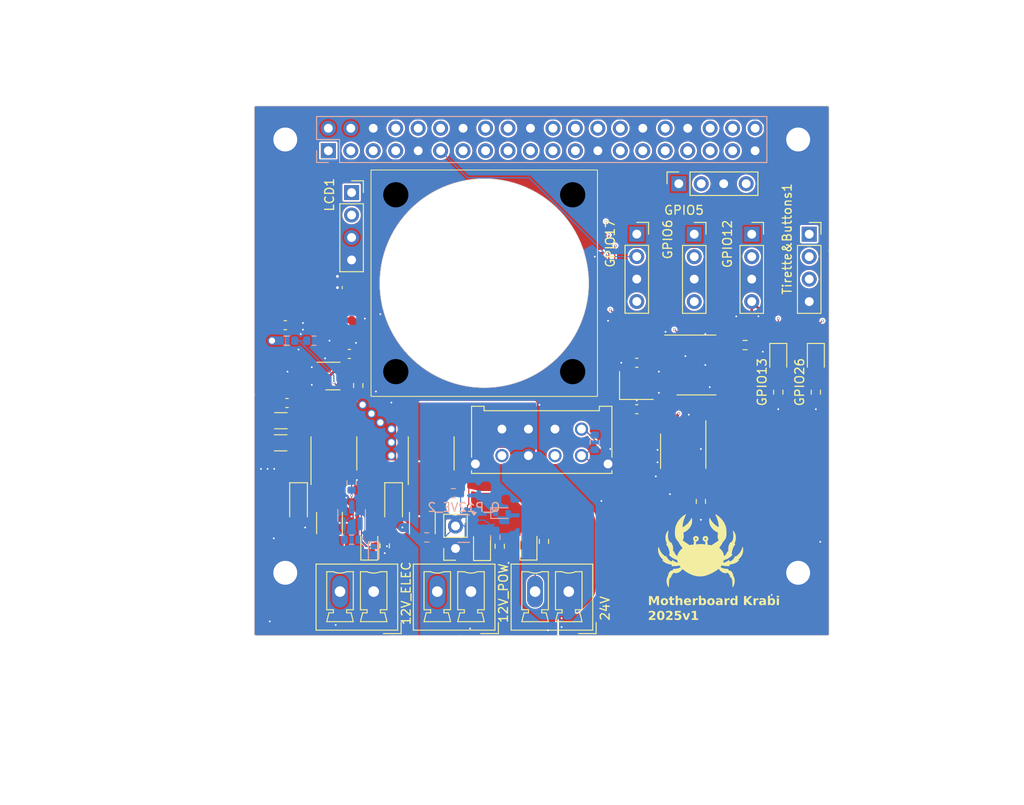
<source format=kicad_pcb>
(kicad_pcb (version 20240108) (generator "pcbnew") (generator_version "8.0")
  (title_block (date "15 nov 2012"))
  (layers (0 "F.Cu" signal) (1 "In1.Cu" signal) (2 "In2.Cu" signal) (31 "B.Cu" signal) (34 "B.Paste" user) (35 "F.Paste" user) (36 "B.SilkS" user "B.Silkscreen") (37 "F.SilkS" user "F.Silkscreen") (38 "B.Mask" user) (39 "F.Mask" user) (44 "Edge.Cuts" user))
  (net 0 "")
  (net 1 "/GPIO4{slash}GPCLK0")
  (net 2 "/GPIO14{slash}TXD0")
  (net 3 "/GPIO15{slash}RXD0")
  (net 4 "/GPIO18{slash}PCM.CLK")
  (net 5 "/GPIO27")
  (net 6 "/GPIO22")
  (net 7 "/GPIO23")
  (net 8 "/GPIO24")
  (net 9 "R_MOSI")
  (net 10 "R_MISO")
  (net 11 "R_IO25")
  (net 12 "R_CLK")
  (net 13 "R_CEO")
  (net 14 "/GPIO7{slash}SPI0.CE1")
  (net 15 "/ID_SDA")
  (net 16 "/ID_SCL")
  (net 17 "R_IO5")
  (net 18 "R_IO6")
  (net 19 "R_IO12")
  (net 20 "/GPIO13{slash}PWM1")
  (net 21 "/GPIO19{slash}PCM.FS")
  (net 22 "R_IO16")
  (net 23 "/GPIO26")
  (net 24 "R_IO21")
  (net 25 "R_IO20")
  (net 26 "Net-(U2-Rs)")
  (net 27 "Net-(D_12VE_OT1-K)")
  (net 28 "GND_ELEC")
  (net 29 "Net-(D_12VP_OT1-K)")
  (net 30 "GND_POW")
  (net 31 "Net-(D_12VE_INV1-K)")
  (net 32 "12V_ELEC")
  (net 33 "Net-(D_12VP_INV1-K)")
  (net 34 "12V_POWER")
  (net 35 "Net-(Q_12VP_1-G)")
  (net 36 "12VP_SEC_1")
  (net 37 "12V_POW_P")
  (net 38 "12VP_SEC_2")
  (net 39 "CAN_L")
  (net 40 "24V_POW_P")
  (net 41 "12V_ELEC_P")
  (net 42 "CAN_H")
  (net 43 "3_3V")
  (net 51 "Net-(U1-~{RESET})")
  (net 52 "Net-(U1-OSC2)")
  (net 54 "Net-(U1-OSC1)")
  (net 55 "Net-(U1-TXCAN)")
  (net 56 "Net-(U1-RXCAN)")
  (net 58 "SDA")
  (net 59 "SDL")
  (net 60 "5V")
  (net 61 "Net-(LED_12V_ELEC_1-A)")
  (net 62 "Net-(LED_12V_POW_1-A)")
  (net 63 "Net-(LED_24V_POW_1-A)")
  (net 64 "Net-(LED_R_1-A)")
  (net 65 "Net-(LED_R_2-A)")
  (net 66 "R_IO17")
  (net 67 "Net-(U3-SW)")
  (net 68 "Net-(U3-VBST)")
  (net 69 "Net-(U3-EN)")
  (net 70 "Net-(U3-VFB)")
  (footprint "Package_TO_SOT_SMD:SOT-23-6" (layer "F.Cu") (at 108.8875 74.25)
    (property "Reference" "U3")
    (property "Value" "TPS563200")
  )
  (footprint "MountingHole:MountingHole_2.7mm_M2.5" (layer "F.Cu") (at 161.5 47.5)
    (property "Reference" "MH2" (hide yes))
    (property "Value" "MountingHole_2.7mm_M2.5" (hide yes))
  )
  (footprint "powerboard:FAN_25mm" (layer "F.Cu") (at 126 63.75 90)
    (property "Reference" "FAN1")
    (property "Value" "Conn_01x02_Socket")
    (fp_circle (center 0 0) (end 11.8 0) (stroke (width 0.05)) (fill none) (layer "Edge.Cuts"))
  )
  (footprint "Package_SO:SOIC-8_3.9x4.9mm_P1.27mm" (layer "F.Cu") (at 148.5 82.75 -90)
    (property "Reference" "U2")
    (property "Value" "SN65HVD230")
  )
  (footprint "Connector_PinSocket_2.54mm:PinSocket_1x04_P2.54mm_Vertical" (layer "F.Cu") (at 156.25 58.21)
    (property "Reference" "GPIO12")
    (property "Value" "Conn_01x04_Socket")
  )
  (footprint "Package_SO:SOP-8_3.76x4.96mm_P1.27mm" (layer "F.Cu") (at 109 83 90)
    (property "Reference" "Q_12VP_1")
    (property "Value" "RS3L110AT")
  )
  (footprint "Package_SO:TSSOP-20_4.4x6.5mm_P0.65mm" (layer "F.Cu") (at 150 73)
    (property "Reference" "U1")
    (property "Value" "MCP2515-xST")
  )
  (footprint "LED_SMD:LED_0805_2012Metric" (layer "F.Cu") (at 113 93.375 90)
    (property "Reference" "LED_12V_ELEC_1")
    (property "Value" "LED")
  )
  (footprint "Connector_PinSocket_2.54mm:PinSocket_1x04_P2.54mm_Vertical" (layer "F.Cu") (at 143.25 58.2)
    (property "Reference" "GPIO17")
    (property "Value" "Conn_01x04_Socket")
  )
  (footprint "Package_SO:SOP-8_3.76x4.96mm_P1.27mm" (layer "F.Cu") (at 120 83 90)
    (property "Reference" "Q_12VP_2")
    (property "Value" "RS3L110AT")
  )
  (footprint "Capacitor_SMD:C_0603_1608Metric" (layer "F.Cu") (at 143.25 78 180)
    (property "Reference" "C1")
    (property "Value" "22pF")
  )
  (footprint "Connector_Phoenix_MC:PhoenixContact_MCV_1,5_2-G-3.81_1x02_P3.81mm_Vertical" (layer "F.Cu") (at 135.56 98.625 180)
    (property "Reference" "BAT_24V1" (hide yes))
    (property "Value" "Conn_01x02_Pin" (hide yes))
  )
  (footprint "Connector_PinSocket_2.54mm:PinSocket_1x04_P2.54mm_Vertical" (layer "F.Cu") (at 111 53.5)
    (property "Reference" "LCD1")
    (property "Value" "Conn_01x04_Socket")
  )
  (footprint "Resistor_SMD:R_0603_1608Metric" (layer "F.Cu") (at 150.5 88.425 90)
    (property "Reference" "R_RESET2")
    (property "Value" "1k")
  )
  (footprint "Connector_PinSocket_2.54mm:PinSocket_1x04_P2.54mm_Vertical" (layer "F.Cu") (at 162.75 58.21)
    (property "Reference" "Tirette&Buttons1")
    (property "Value" "Conn_01x04_Socket")
  )
  (footprint "Resistor_SMD:R_0603_1608Metric" (layer "F.Cu") (at 163.5 76.075 90)
    (property "Reference" "R_LED_R_2")
    (property "Value" "560")
  )
  (footprint "Connector_Phoenix_MC:PhoenixContact_MCV_1,5_2-G-3.81_1x02_P3.81mm_Vertical" (layer "F.Cu") (at 113.5 98.625 180)
    (property "Reference" "BAT_ELEC1")
    (property "Value" "Conn_01x02_Pin")
  )
  (footprint "Capacitor_SMD:C_0603_1608Metric" (layer "F.Cu") (at 103.5 68.5)
    (property "Reference" "C_OUT_2")
    (property "Value" "22µ")
  )
  (footprint "Resistor_SMD:R_0603_1608Metric" (layer "F.Cu") (at 111.75 75.325 90)
    (property "Reference" "R_EN_1")
    (property "Value" "10k")
  )
  (footprint "Connector_Phoenix_MC:PhoenixContact_MCV_1,5_2-G-3.81_1x02_P3.81mm_Vertical" (layer "F.Cu") (at 124.5 98.625 180)
    (property "Reference" "BAT_12V_P1" (hide yes))
    (property "Value" "Conn_01x02_Pin")
  )
  (footprint "LED_SMD:LED_0805_2012Metric" (layer "F.Cu") (at 125.75 93.425 90)
    (property "Reference" "LED_12V_POW_1")
    (property "Value" "LED")
  )
  (footprint "Capacitor_SMD:C_0603_1608Metric" (layer "F.Cu") (at 143.25 72.75)
    (property "Reference" "C2")
    (property "Value" "22pF")
  )
  (footprint "MountingHole:MountingHole_2.7mm_M2.5" (layer "F.Cu") (at 103.5 96.5)
    (property "Reference" "MH3" (hide yes))
    (property "Value" "MountingHole_2.7mm_M2.5" (hide yes))
  )
  (footprint "MountingHole:MountingHole_2.7mm_M2.5" (layer "F.Cu") (at 103.5 47.5)
    (property "Reference" "MH1" (hide yes))
    (property "Value" "MountingHole_2.7mm_M2.5" (hide yes))
  )
  (footprint "Resistor_SMD:R_0603_1608Metric" (layer "F.Cu") (at 127.75 93.5 90)
    (property "Reference" "R_LED_12V_POW_1")
    (property "Value" "2.49k")
  )
  (footprint "Resistor_SMD:R_0603_1608Metric" (layer "F.Cu") (at 114.75 93.45 90)
    (property "Reference" "R_LED_12V_ELEC_1")
    (property "Value" "2.49k")
  )
  (footprint "LED_SMD:LED_0805_2012Metric" (layer "F.Cu") (at 131 93.375 90)
    (property "Reference" "LED_24V_POW_1")
    (property "Value" "LED")
  )
  (footprint "powerboard:VLS4020CX-H" (layer "F.Cu") (at 105.6375 76 180)
    (property "Reference" "L2")
    (property "Value" "3.3µH")
  )
  (footprint "Resistor_SMD:R_0603_1608Metric" (layer "F.Cu") (at 155.5 70.75)
    (property "Reference" "R_RESET1")
    (property "Value" "10k")
  )
  (footprint "Capacitor_SMD:C_1206_3216Metric" (layer "F.Cu") (at 102.975 81.8 180)
    (property "Reference" "C_IN_1")
    (property "Value" "10µ")
  )
  (footprint "Diode_SMD:D_SOD-123F" (layer "F.Cu") (at 115.75 88.525 -90)
    (property "Reference" "D_12VP_INV1")
    (property "Value" "~")
  )
  (footprint "Fuse:Fuse_Littelfuse-NANO2-451_453" (layer "F.Cu") (at 108.5 90.875 -90)
    (property "Reference" "F_12VE1")
    (property "Value" "Fuse")
  )
  (footprint "Capacitor_SMD:C_0603_1608Metric" (layer "F.Cu") (at 103.5 70.25)
    (property "Reference" "C_OUT_1")
    (property "Value" "22µ")
  )
  (footprint "Connector_Molex:Molex_Micro-Fit_3.0_43045-0812_2x04_P3.00mm_Vertical" (layer "F.Cu") (at 128 80.25)
    (property "Reference" "J2")
    (property "Value" "Conn_02x04_Top_Bottom")
  )
  (footprint "Resistor_SMD:R_0603_1608Metric" (layer "F.Cu") (at 132.75 92.95 90)
    (property "Reference" "R_LED_24V_POW_1")
    (property "Value" "11k")
  )
  (footprint "Resistor_SMD:R_0603_1608Metric" (layer "F.Cu") (at 159.25 76.075 90)
    (property "Reference" "R_LED_R_1")
    (property "Value" "560")
  )
  (footprint "MountingHole:MountingHole_2.7mm_M2.5" (layer "F.Cu") (at 161.5 96.5)
    (property "Reference" "MH4" (hide yes))
    (property "Value" "MountingHole_2.7mm_M2.5" (hide yes))
  )
  (footprint "LED_SMD:LED_0805_2012Metric" (layer "F.Cu") (at 159.25 72.25 -90)
    (property "Reference" "LED_R_1")
    (property "Value" "LED")
  )
  (footprint "Capacitor_SMD:C_0603_1608Metric" (layer "F.Cu") (at 103.7 77.3 180)
    (property "Reference" "C_IN_3")
    (property "Value" "0.1µ")
  )
  (footprint "LED_SMD:LED_0805_2012Metric" (layer "F.Cu") (at 163.5 72.25 -90)
    (property "Reference" "LED_R_2")
    (property "Value" "LED")
  )
  (footprint "Connector_PinSocket_2.54mm:PinSocket_1x04_P2.54mm_Vertical" (layer "F.Cu") (at 148 52.5 90)
    (property "Reference" "GPIO5")
    (property "Value" "Conn_01x04_Socket")
  )
  (footprint "Connector_PinSocket_2.54mm:PinSocket_1x04_P2.54mm_Vertical" (layer "F.Cu") (at 149.75 58.21)
    (property "Reference" "GPIO6")
    (property "Value" "Conn_01x04_Socket")
  )
  (footprint "Capacitor_SMD:C_1206_3216Metric" (layer "F.Cu") (at 103 79.3 180)
    (property "Reference" "C_IN_2")
    (property "Value" "10µ")
  )
  (footprint "Fuse:Fuse_Littelfuse-NANO2-451_453" (layer "F.Cu") (at 119 90.875 -90)
    (property "Reference" "F_12VP1")
    (property "Value" "Fuse")
  )
  (footprint "Diode_SMD:D_SOD-123F" (layer "F.Cu") (at 105 88.525 -90)
    (property "Reference" "D_12VE_INV1")
    (property "Value" "D")
  )
  (footprint "Capacitor_SMD:C_0603_1608Metric" (layer "F.Cu") (at 110.75 71.75)
    (property "Reference" "C_BST_1")
    (property "Value" "0.1µ")
  )
  (footprint "Oscillator:Oscillator_SMD_Abracon_ASE-4Pin_3.2x2.5mm" (layer "F.Cu") (at 143.2 75.325)
    (property "Reference" "Y1")
    (property "Value" "AMB8-12Mhz")
  )
  (footprint "Connector_PinSocket_2.54mm:PinSocket_1x02_P2.54mm_Vertical" (layer "F.Cu") (at 122.75 93.75 180)
    (property "Reference" "J3")
    (property "Value" "Conn_01x03")
  )
  (footprint "powerboard:krabi" (layer "F.Cu") (at 150.5 94)
    (property "Reference" "G***")
    (property "Value" "LOGO" (hide yes))
  )
  (footprint "Connector_PinSocket_2.54mm:PinSocket_2x20_P2.54mm_Vertical" (layer "B.Cu") (at 108.37 48.77 -90)
    (property "Reference" "J1")
    (property "Value" "GPIO")
  )
  (footprint "Package_TO_SOT_SMD:SOT-23" (layer "B.Cu") (at 123.6875 91.5 180)
    (property "Reference" "Q_P12VE_2")
    (property "Value" "2N3906")
  )
  (footprint "Package_TO_SOT_SMD:SOT-23" (layer "B.Cu") (at 111 90 90)
    (property "Reference" "Q_P12VE_1")
    (property "Value" "2N3906")
  )
  (footprint "Diode_SMD:D_SOD-523" (layer "B.Cu") (at 128 89.75)
    (property "Reference" "D_12VP_OT1")
    (property "Value" "EDZV13B")
  )
  (footprint "Resistor_SMD:R_0603_1608Metric" (layer "B.Cu") (at 103.75 70.25 180)
    (property "Reference" "R_FB_2")
    (property "Value" "54.9k")
  )
  (footprint "Resistor_SMD:R_0603_1608Metric" (layer "B.Cu") (at 138.5 81.75 -90)
    (property "Reference" "R_CAN1")
    (property "Value" "120")
  )
  (footprint "Diode_SMD:D_SOD-523" (layer "B.Cu") (at 113.5 94.25 -90)
    (property "Reference" "D_12VE_OT1")
    (property "Value" "EDZV13B")
  )
  (footprint "Resistor_SMD:R_0603_1608Metric" (layer "B.Cu") (at 122.5 87.5 180)
    (property "Reference" "R_12VP_3")
    (property "Value" "1M")
  )
  (footprint "Resistor_SMD:R_0603_1608Metric" (layer "B.Cu") (at 106.75 70.25)
    (property "Reference" "R_FB_1")
    (property "Value" "10k")
  )
  (footprint "Resistor_SMD:R_0603_1608Metric" (layer "B.Cu") (at 111 86.325 90)
    (property "Reference" "R_12VE_2")
    (property "Value" "2.2k")
  )
  (footprint "Resistor_SMD:R_0603_1608Metric" (layer "B.Cu") (at 111 92.75)
    (property "Reference" "R_12VE_1")
    (property "Value" "10k")
  )
  (footprint "Resistor_SMD:R_0603_1608Metric" (layer "B.Cu") (at 127.25 92.5 90)
    (property "Reference" "R_12VP_1")
    (property "Value" "10k")
  )
  (footprint "Resistor_SMD:R_0603_1608Metric" (layer "B.Cu") (at 119.5 92.5 180)
    (property "Reference" "R_12VP_2")
    (property "Value" "2.2k")
  )
  (gr_rect (start 100 43.7) (end 165 103.6) (stroke (width 0.05)) (fill none) (layer "Edge.Cuts"))
  (gr_text "GPIO13" (at 158 77.75 90) (layer "F.SilkS") (effects (font (size 1 1)) (justify left bottom)))
  (gr_text "GPIO26" (at 162.25 77.75 90) (layer "F.SilkS") (effects (font (size 1 1)) (justify left bottom)))
  (gr_text "12V_ELEC" (at 117.75 102.5 90) (layer "F.SilkS") (effects (font (size 1 1)) (justify left bottom)))
  (gr_text "12V_POW" (at 128.75 102.25 90) (layer "F.SilkS") (effects (font (size 1 1)) (justify left bottom)))
  (gr_text "Motherboard Krabi\n2025v1\n" (at 144.5 102 0) (layer "F.SilkS") (effects (font (size 1 1) (thickness 0.2) (bold yes)) (justify left bottom)))
  (gr_text "24V" (at 140.25 102 90) (layer "F.SilkS") (effects (font (size 1 1)) (justify left bottom)))
  (segment (start 152.8625 72.675) (end 152.364171 72.675) (width 0.127) (layer "F.Cu") (net 9))
  (segment (start 147.947171 68.258) (end 141.758 68.258) (width 0.127) (layer "F.Cu") (net 9))
  (segment (start 141.758 68.258) (end 140.25 66.75) (width 0.127) (layer "F.Cu") (net 9))
  (segment (start 152.364171 72.675) (end 147.947171 68.258) (width 0.127) (layer "F.Cu") (net 9))
  (via (at 140.25 66.75) (size 0.3) (drill 0.2) (layers "F.Cu" "B.Cu") (net 9))
  (segment (start 140.655619 66.014829) (end 140.64479 66.014829) (width 0.127) (layer "F.Cu") (net 10))
  (segment (start 140.64479 66.014829) (end 140.09 65.460039) (width 0.127) (layer "F.Cu") (net 10))
  (segment (start 148.14479 68.004) (end 142.64479 68.004) (width 0.127) (layer "F.Cu") (net 10))
  (segment (start 152.16579 72.025) (end 148.14479 68.004) (width 0.127) (layer "F.Cu") (net 10))
  (segment (start 140.09 65.460039) (end 140.09 58.25) (width 0.127) (layer "F.Cu") (net 10))
  (segment (start 142.64479 68.004) (end 140.655619 66.014829) (width 0.127) (layer "F.Cu") (net 10))
  (segment (start 152.8625 72.025) (end 152.16579 72.025) (width 0.127) (layer "F.Cu") (net 10))
  (via (at 140.09 58.25) (size 0.3) (drill 0.2) (layers "F.Cu" "B.Cu") (net 10))
  (segment (start 152.3614 74.625) (end 152.8625 74.625) (width 0.127) (layer "F.Cu") (net 11))
  (segment (start 151.9345 74) (end 151.9345 74.1981) (width 0.127) (layer "F.Cu") (net 11))
  (segment (start 151.9345 74.1981) (end 152.3614 74.625) (width 0.127) (layer "F.Cu") (net 11))
  (segment (start 151.496 73.5615) (end 151.9345 74) (width 0.127) (layer "F.Cu") (net 11))
  (segment (start 147.5 69) (end 151.496 72.996) (width 0.127) (layer "F.Cu") (net 11))
  (segment (start 151.496 72.996) (end 151.496 73.5615) (width 0.127) (layer "F.Cu") (net 11))
  (via (at 147.5 69) (size 0.3) (drill 0.2) (layers "F.Cu" "B.Cu") (net 11))
  (segment (start 140.23104 57.9095) (end 142.02104 59.6995) (width 0.127) (layer "F.Cu") (net 12))
  (segment (start 152.8625 73.975) (end 152.364171 73.975) (width 0.127) (layer "F.Cu") (net 12))
  (segment (start 139.94896 57.9095) (end 141.546 57.9095) (width 0.127) (layer "F.Cu") (net 12))
  (segment (start 139.75 61) (end 139.75 56.75) (width 0.127) (layer "F.Cu") (net 12))
  (segment (start 141.546 57.9095) (end 142.1365 58.5) (width 0.127) (layer "F.Cu") (net 12))
  (segment (start 152.364171 73.975) (end 151.75 73.360829) (width 0.127) (layer "F.Cu") (net 12))
  (segment (start 147.762 68.512) (end 141.512 68.512) (width 0.127) (layer "F.Cu") (net 12))
  (segment (start 151.75 72.5) (end 147.762 68.512) (width 0.127) (layer "F.Cu") (net 12))
  (segment (start 139.75 66.75) (end 139.75 61) (width 0.127) (layer "F.Cu") (net 12))
  (segment (start 139.94896 57.9095) (end 140.23104 57.9095) (width 0.127) (layer "F.Cu") (net 12))
  (segment (start 142.02104 59.6995) (end 151.9495 59.6995) (width 0.127) (layer "F.Cu") (net 12))
  (segment (start 139.75 61) (end 139.75 58.10846) (width 0.127) (layer "F.Cu") (net 12))
  (segment (start 141.512 68.512) (end 139.75 66.75) (width 0.127) (layer "F.Cu") (net 12))
  (segment (start 139.75 58.10846) (end 139.94896 57.9095) (width 0.127) (layer "F.Cu") (net 12))
  (segment (start 151.9495 59.6995) (end 155.25 63) (width 0.127) (layer "F.Cu") (net 12))
  (segment (start 151.75 73.360829) (end 151.75 72.5) (width 0.127) (layer "F.Cu") (net 12))
  (via (at 139.75 56.75) (size 0.3) (drill 0.2) (layers "F.Cu" "B.Cu") (net 12))
  (segment (start 140.84 59.5) (end 140.75 59.59) (width 0.127) (layer "F.Cu") (net 13))
  (segment (start 142.75 67.75) (end 140.75 65.75) (width 0.127) (layer "F.Cu") (net 13))
  (segment (start 148.25 67.75) (end 142.75 67.75) (width 0.127) (layer "F.Cu") (net 13))
  (segment (start 152.8625 71.375) (end 151.875 71.375) (width 0.127) (layer "F.Cu") (net 13))
  (segment (start 151.875 71.375) (end 148.25 67.75) (width 0.127) (layer "F.Cu") (net 13))
  (segment (start 140.75 59.59) (end 140.75 65.75) (width 0.127) (layer "F.Cu") (net 13))
  (via (at 140.84 59.5) (size 0.3) (drill 0.2) (layers "F.Cu" "B.Cu") (net 13))
  (segment (start 159.25 71.3125) (end 159.25 67.75) (width 0.127) (layer "F.Cu") (net 20))
  (via (at 159.25 67.75) (size 0.3) (drill 0.2) (layers "F.Cu" "B.Cu") (net 20))
  (segment (start 163.5 71.3125) (end 163.5 68.75) (width 0.127) (layer "F.Cu") (net 23))
  (segment (start 164 68.25) (end 164.25 68) (width 0.127) (layer "F.Cu") (net 23))
  (segment (start 163.5 68.75) (end 164 68.25) (width 0.127) (layer "F.Cu") (net 23))
  (via (at 164.25 68) (size 0.3) (drill 0.2) (layers "F.Cu" "B.Cu") (net 23))
  (segment (start 162.74 58.21) (end 162.75 58.2) (width 1) (layer "F.Cu") (net 24))
  (segment (start 150.5 87.6) (end 150.5 85.32) (width 0.127) (layer "F.Cu") (net 26))
  (segment (start 150.5 85.32) (end 150.405 85.225) (width 0.127) (layer "F.Cu") (net 26))
  (segment (start 111.825 92.75) (end 111.825 91.0625) (width 0.127) (layer "B.Cu") (net 27))
  (segment (start 111.825 92.75) (end 112.625 93.55) (width 0.127) (layer "B.Cu") (net 27))
  (segment (start 112.625 93.55) (end 113.5 93.55) (width 0.127) (layer "B.Cu") (net 27))
  (segment (start 111.825 91.0625) (end 111.95 90.9375) (width 0.127) (layer "B.Cu") (net 27))
  (segment (start 144.25 76.15) (end 144.1 76.15) (width 0.127) (layer "F.Cu") (net 28))
  (segment (start 102.25 85.25) (end 102.25 84.75) (width 0.127) (layer "F.Cu") (net 28))
  (segment (start 145.75 76.15) (end 146.9125 76.15) (width 0.127) (layer "F.Cu") (net 28))
  (segment (start 101.5 79.325) (end 101.525 79.3) (width 0.127) (layer "F.Cu") (net 28))
  (segment (start 144.1 76.15) (end 143.25 77) (width 0.127) (layer "F.Cu") (net 28))
  (segment (start 159.25 76.9) (end 159.25 78) (width 0.127) (layer "F.Cu") (net 28))
  (segment (start 146.9125 76.15) (end 147.1375 75.925) (width 0.127) (layer "F.Cu") (net 28))
  (segment (start 101.5 84.75) (end 101.5 81.8) (width 0.127) (layer "F.Cu") (net 28))
  (segment (start 101.5 86.25) (end 101.5 85.5) (width 0.127) (layer "F.Cu") (net 28))
  (segment (start 101.5 86) (end 102.25 85.25) (width 0.127) (layer "F.Cu") (net 28))
  (segment (start 149.135 80.275) (end 149.135 78.615) (width 0.127) (layer "F.Cu") (net 28))
  (segment (start 102.925 77.9) (end 102.925 77.3) (width 0.127) (layer "F.Cu") (net 28))
  (segment (start 108.5 70.25) (end 104.275 70.25) (width 0.127) (layer "F.Cu") (net 28))
  (segment (start 107.75 71) (end 107.75 73.3) (width 0.127) (layer "F.Cu") (net 28))
  (segment (start 144.25 76.15) (end 143.8 76.15) (width 0.127) (layer "F.Cu") (net 28))
  (segment (start 101.5 86.25) (end 101.5 86) (width 0.127) (layer "F.Cu") (net 28))
  (segment (start 108.5 70.25) (end 107.75 71) (width 0.127) (layer "F.Cu") (net 28))
  (segment (start 142.15 74.5) (end 142.15 73.075) (width 0.127) (layer "F.Cu") (net 28))
  (segment (start 114.75 94.275) (end 114.75 97.375) (width 0.127) (layer "F.Cu") (net 28))
  (segment (start 101.5 86.425) (end 101.5 86.25) (width 0.127) (layer "F.Cu") (net 28))
  (segment (start 101.5 86) (end 101.5 84.75) (width 0.127) (layer "F.Cu") (net 28))
  (segment (start 144.025 77.875) (end 145.75 76.15) (width 0.127) (layer "F.Cu") (net 28))
  (segment (start 163.5 76.9) (end 163.5 78) (width 0.127) (layer "F.Cu") (net 28))
  (segment (start 103.75 70.775) (end 104.275 70.25) (width 0.127) (layer "F.Cu") (net 28))
  (segment (start 144.025 78) (end 144.025 77.875) (width 0.127) (layer "F.Cu") (net 28))
  (segment (start 105.75 91.375) (end 105 90.625) (width 0.127) (layer "F.Cu") (net 28))
  (segment (start 105 89.925) (end 101.5 86.425) (width 0.127) (layer "F.Cu") (net 28))
  (segment (start 150.5 89.25) (end 150.5 90.5) (width 0.127) (layer "F.Cu") (net 28))
  (segment (start 103.75 76.475) (end 103.75 70.775) (width 0.127) (layer "F.Cu") (net 28))
  (segment (start 142.15 73.075) (end 142.475 72.75) (width 0.127) (layer "F.Cu") (net 28))
  (segment (start 101.525 79.3) (end 102.925 77.9) (width 0.127) (layer "F.Cu") (net 28))
  (segment (start 104.275 70.25) (end 104.275 68.5) (width 0.127) (layer "F.Cu") (net 28))
  (segment (start 101.5 85.5) (end 100.75 84.75) (width 0.127) (layer "F.Cu") (net 28))
  (segment (start 144.25 76.15) (end 145.75 76.15) (width 0.127) (layer "F.Cu") (net 28))
  (segment (start 142.475 72.75) (end 141.5 72.75) (width 0.127) (layer "F.Cu") (net 28))
  (segment (start 101.5 81.8) (end 101.5 79.325) (width 0.127) (layer "F.Cu") (net 28))
  (segment (start 114.75 97.375) (end 113.5 98.625) (width 0.127) (layer "F.Cu") (net 28))
  (segment (start 102.925 77.3) (end 103.75 76.475) (width 0.127) (layer "F.Cu") (net 28))
  (segment (start 105 90.625) (end 105 89.925) (width 0.127) (layer "F.Cu") (net 28))
  (via (at 138.5 60.75) (size 0.3) (drill 0.2) (layers "F.Cu" "B.Cu") (net 28))
  (via (at 115 93.5) (size 0.3) (drill 0.2) (layers "F.Cu" "B.Cu") (net 28))
  (via (at 158.5 99) (size 0.3) (drill 0.2) (layers "F.Cu" "B.Cu") (net 28))
  (via (at 105 71.25) (size 0.3) (drill 0.2) (layers "F.Cu" "B.Cu") (net 28))
  (via (at 140 68) (size 0.3) (drill 0.2) (layers "F.Cu" "B.Cu") (net 28))
  (via (at 101.75 102) (size 0.3) (drill 0.2) (layers "F.Cu" "B.Cu") (net 28))
  (via (at 111.5 70.5) (size 0.3) (drill 0.2) (layers "F.Cu" "B.Cu") (net 28))
  (via (at 157.5 71.5) (size 0.3) (drill 0.2) (layers "F.Cu" "B.Cu") (net 28))
  (via (at 134.75 102.625) (size 0.3) (drill 0.2) (layers "F.Cu" "B.Cu") (net 28))
  (via (at 146.5 69.25) (size 0.3) (drill 0.2) (layers "F.Cu" "B.Cu") (net 28))
  (via (at 145.6 82.6) (size 0.3) (drill 0.2) (layers "F.Cu" "B.Cu") (net 28))
  (via (at 108 72.25) (size 0.3) (drill 0.2) (layers "F.Cu" "B.Cu") (net 28))
  (via (at 106.5 75.25) (size 0.3) (drill 0.2) (layers "F.Cu" "B.Cu") (net 28))
  (via (at 115.5 77.25) (size 0.3) (drill 0.2) (layers "F.Cu" "B.Cu") (net 28))
  (via (at 110.4 88) (size 0.3) (drill 0.2) (layers "F.Cu" "B.Cu") (net 28))
  (via (at 101.5 84.75) (size 0.3) (drill 0.2) (layers "F.Cu" "B.Cu") (net 28))
  (via (at 106.5 73.25) (size 0.3) (drill 0.2) (layers "F.Cu" "B.Cu") (net 28))
  (via (at 149.135 78.615) (size 0.3) (drill 0.2) (layers "F.Cu" "B.Cu") (net 28))
  (via (at 148.75 72) (size 0.3) (drill 0.2) (layers "F.Cu" "B.Cu") (net 28))
  (via (at 132.25 77.5) (size 0.3) (drill 0.2) (layers "F.Cu" "B.Cu") (net 28))
  (via (at 113.75 76) (size 0.3) (drill 0.2) (layers "F.Cu" "B.Cu") (net 28))
  (via (at 111.6 86) (size 0.3) (drill 0.2) (layers "F.Cu" "B.Cu") (net 28))
  (via (at 105.75 91.375) (size 0.3) (drill 0.2) (layers "F.Cu" "B.Cu") (net 28))
  (via (at 141.5 72.75) (size 0.3) (drill 0.2) (layers "F.Cu" "B.Cu") (net 28))
  (via (at 164 93) (size 0.3) (drill 0.2) (layers "F.Cu" "B.Cu") (net 28))
  (via (at 154.5 67.5) (size 0.3) (drill 0.2) (layers "F.Cu" "B.Cu") (net 28))
  (via (at 105.5 69) (size 0.3) (drill 0.2) (layers "F.Cu" "B.Cu") (net 28))
  (via (at 112.5 67.75) (size 0.3) (drill 0.2) (layers "F.Cu" "B.Cu") (net 28))
  (via (at 145.6 84) (size 0.3) (drill 0.2) (layers "F.Cu" "B.Cu") (net 28))
  (via (at 102.25 84.75) (size 0.3) (drill 0.2) (layers "F.Cu" "B.Cu") (net 28))
  (via (at 145.75 76.15) (size 0.3) (drill 0.2) (layers "F.Cu" "B.Cu") (net 28))
  (via (at 109.2 102.4) (size 0.3) (drill 0.2) (layers "F.Cu" "B.Cu") (net 28))
  (via (at 151 73) (size 0.3) (drill 0.2) (layers "F.Cu" "B.Cu") (net 28))
  (via (at 100.75 84.75) (size 0.3) (drill 0.2) (layers "F.Cu" "B.Cu") (net 28))
  (via (at 140.25 82.5) (size 0.3) (drill 0.2) (layers "F.Cu" "B.Cu") (net 28))
  (via (at 151.5 75.5) (size 0.3) (drill 0.2) (layers "F.Cu" "B.Cu") (net 28))
  (via (at 108.5 70.25) (size 0.3) (drill 0.2) (layers "F.Cu" "B.Cu") (net 28))
  (via (at 150.5 90.5) (size 0.3) (drill 0.2) (layers "F.Cu" "B.Cu") (net 28))
  (via (at 143.25 77) (size 0.3) (drill 0.2) (layers "F.Cu" "B.Cu") (net 28))
  (via (at 145.75 73.75) (size 0.3) (drill 0.2) (layers "F.Cu" "B.Cu") (net 28))
  (via (at 105.25 69.5) (size 0.3) (drill 0.2) (layers "F.Cu" "B.Cu") (net 28))
  (via (at 163.5 78) (size 0.3) (drill 0.2) (layers "F.Cu" "B.Cu") (net 28))
  (via (at 159.25 78) (size 0.3) (drill 0.2) (layers "F.Cu" "B.Cu") (net 28))
  (via (at 103.75 73.75) (size 0.3) (drill 0.2) (layers "F.Cu" "B.Cu") (net 28))
  (via (at 139.25 88.375) (size 0.3) (drill 0.2) (layers "F.Cu" "B.Cu") (net 28))
  (via (at 105.5 68.25) (size 0.3) (drill 0.2) (layers "F.Cu" "B.Cu") (net 28))
  (via (at 145.4 85.6) (size 0.3) (drill 0.2) (layers "F.Cu" "B.Cu") (net 28))
  (via (at 102.2 92.6) (size 0.3) (drill 0.2) (layers "F.Cu" "B.Cu") (net 28))
  (via (at 157 67.5) (size 0.3) (drill 0.2) (layers "F.Cu" "B.Cu") (net 28))
  (via (at 114.75 94.275) (size 0.3) (drill 0.2) (layers "F.Cu" "B.Cu") (net 28))
  (via (at 134.75 101.625) (size 0.3) (drill 0.2) (layers "F.Cu" "B.Cu") (net 28))
  (via (at 150.5 82.5) (size 0.3) (drill 0.2) (layers "F.Cu" "B.Cu") (net 28))
  (via (at 151 69.5) (size 0.3) (drill 0.2) (layers "F.Cu" "B.Cu") (net 28))
  (via (at 114.25 67.25) (size 0.3) (drill 0.2) (layers "F.Cu" "B.Cu") (net 28))
  (via (at 147 87.6) (size 0.3) (drill 0.2) (layers "F.Cu" "B.Cu") (net 28))
  (segment (start 158.107 45.618206) (end 158.107 47.293) (width 1) (layer "B.Cu") (net 28))
  (segment (start 106.893 50.247) (end 106.82 50.174) (width 1) (layer "B.Cu") (net 28))
  (segment (start 123.61 46.23) (end 122.133 44.753) (width 1) (layer "B.Cu") (net 28))
  (segment (start 158.107 47.293) (end 156.63 48.77) (width 1) (layer "B.Cu") (net 28))
  (segment (start 147.533 44.753) (end 145.407 44.753) (width 1) (layer "B.Cu") (net 28))
  (segment (start 145.407 44.753) (end 143.93 46.23) (width 1) (layer "B.Cu") (net 28))
  (segment (start 110.053 62.067) (end 110.053 84.603) (width 1) (layer "B.Cu") (net 28))
  (segment (start 129.753 44.753) (end 125.087 44.753) (width 1) (layer "B.Cu") (net 28))
  (segment (start 111 61.12) (end 110.053 62.067) (width 1) (layer "B.Cu") (net 28))
  (segment (start 113.5 94.95) (end 113.5 95.75) (width 0.127) (layer "B.Cu") (net 28))
  (segment (start 135.5 78.25) (end 133.5 80.25) (width 0.127) (layer "B.Cu") (net 28))
  (segment (start 157.241794 44.753) (end 158.107 45.618206) (width 1) (layer "B.Cu") (net 28))
  (segment (start 110 94.375) (end 108.75 94.375) (width 0.127) (layer "B.Cu") (net 28))
  (segment (start 110.053 84.603) (end 111 85.55) (width 1) (layer "B.Cu") (net 28))
  (segment (start 113.5 96.375) (end 113.1875 96.0625) (width 0.127) (layer "B.Cu") (net 28))
  (segment (start 149.75 63.29) (end 153.08 59.96) (width 1) (layer "B.Cu") (net 28))
  (segment (start 106.82 45.587968) (end 107.727968 44.68) (width 1) (layer "B.Cu") (net 28))
  (segment (start 131.23 46.23) (end 132.707 44.753) (width 1) (layer "B.Cu") (net 28))
  (segment (start 111 61.12) (end 114.061794 58.058206) (width 1) (layer "B.Cu") (net 28))
  (segment (start 113.1875 96.0625) (end 112.75 95.625) (width 0.127) (layer "B.Cu") (net 28))
  (segment (start 111.25 95.625) (end 110 94.375) (width 0.127) (layer "B.Cu") (net 28))
  (segment (start 132.707 44.753) (end 142.453 44.753) (width 1) (layer "B.Cu") (net 28))
  (segment (start 151.53 54.05) (end 153.08 52.5) (width 1) (layer "B.Cu") (net 28))
  (segment (start 107.727968 44.68) (end 111.9 44.68) (width 1) (layer "B.Cu") (net 28))
  (segment (start 153.08 59.96) (end 153.08 52.5) (width 1) (layer "B.Cu") (net 28))
  (segment (start 113.5 95.75) (end 113.1875 96.0625) (width 0.127) (layer "B.Cu") (net 28))
  (segment (start 106.82 50.174) (end 106.82 45.587968) (width 1) (layer "B.Cu") (net 28))
  (segment (start 125.087 44.753) (end 123.61 46.23) (width 1) (layer "B.Cu") (net 28))
  (segment (start 111.9 44.68) (end 113.45 46.23) (width 1) (layer "B.Cu") (net 28))
  (segment (start 144.13 54.05) (end 151.53 54.05) (width 1) (layer "B.Cu") (net 28))
  (segment (start 149.75 63.29) (end 156.25 63.29) (width 1) (layer "B.Cu") (net 28))
  (segment (start 118.078794 48.77) (end 118.53 48.77) (width 1) (layer "B.Cu") (net 28))
  (segment (start 153.08 52.32) (end 156.63 48.77) (width 1) (layer "B.Cu") (net 28))
  (segment (start 153.08 52.5) (end 153.08 52.32) (width 1) (layer "B.Cu") (net 28))
  (segment (start 108.75 93.125) (end 108.55 93.125) (width 0.127) (layer "B.Cu") (net 28))
  (segment (start 150.487 44.753) (end 157.241794 44.753) (width 1) (layer "B.Cu") (net 28))
  (segment (start 149.01 46.23) (end 147.533 44.753) (width 1) (layer "B.Cu") (net 28))
  (segment (start 108.5 70.25) (end 107.575 70.25) (width 0.127) (layer "B.Cu") (net 28))
  (segment (start 107.575 70.25) (end 107.575 70.105) (width 0.127) (layer "B.Cu") (net 28))
  (segment (start 118.53 48.77) (end 117.053 50.247) (width 1) (layer "B.Cu") (net 28))
  (segment (start 112.75 95.625) (end 111.25 95.625) (width 0.127) (layer "B.Cu") (net 28))
  (segment (start 149.74 63.28) (end 149.75 63.29) (width 1) (layer "B.Cu") (net 28))
  (segment (start 113.5 98.625) (end 113.5 96.375) (width 0.127) (layer "B.Cu") (net 28))
  (segment (start 131.23 46.23) (end 129.753 44.753) (width 1) (layer "B.Cu") (net 28))
  (segment (start 117.053 50.247) (end 106.893 50.247) (width 1) (layer "B.Cu") (net 28))
  (segment (start 143.25 63.28) (end 149.74 63.28) (width 1) (layer "B.Cu") (net 28))
  (segment (start 114.061794 52.787) (end 118.078794 48.77) (width 1) (layer "B.Cu") (net 28))
  (segment (start 142.25 78.25) (end 135.5 78.25) (width 0.127) (layer "B.Cu") (net 28))
  (segment (start 142.453 44.753) (end 143.93 46.23) (width 1) (layer "B.Cu") (net 28))
  (segment (start 114.061794 58.058206) (end 114.061794 52.787) (width 1) (layer "B.Cu") (net 28))
  (segment (start 138.85 48.77) (end 144.13 54.05) (width 1) (layer "B.Cu") (net 28))
  (segment (start 122.133 44.753) (end 114.927 44.753) (width 1) (layer "B.Cu") (net 28))
  (segment (start 107.575 70.105) (end 111 66.68) (width 0.127) (layer "B.Cu") (net 28))
  (segment (start 108.75 94.375) (end 105.75 91.375) (width 0.127) (layer "B.Cu") (net 28))
  (segment (start 149.01 46.23) (end 150.487 44.753) (width 1) (layer "B.Cu") (net 28))
  (segment (start 114.927 44.753) (end 113.45 46.23) (width 1) (layer "B.Cu") (net 28))
  (segment (start 127.25 91.675) (end 126.325 90.75) (width 0.127) (layer "B.Cu") (net 29))
  (segment (start 125.425 89.75) (end 124.625 90.55) (width 0.127) (layer "B.Cu") (net 29))
  (segment (start 126.325 90.75) (end 126.25 90.75) (width 0.127) (layer "B.Cu") (net 29))
  (segment (start 126.05 90.55) (end 124.625 90.55) (width 0.127) (layer "B.Cu") (net 29))
  (segment (start 126.25 90.75) (end 126.05 90.55) (width 0.127) (layer "B.Cu") (net 29))
  (segment (start 127.3 89.75) (end 125.425 89.75) (width 0.127) (layer "B.Cu") (net 29))
  (segment (start 115.75 89.925) (end 115.75 90.375) (width 1) (layer "F.Cu") (net 30))
  (segment (start 128.75 94.935878) (end 130.363878 93.322) (width 0.127) (layer "F.Cu") (net 30))
  (segment (start 115.75 90.375) (end 116.75 91.375) (width 1) (layer "F.Cu") (net 30))
  (segment (start 128.75 95.375) (end 128.75 94.935878) (width 0.127) (layer "F.Cu") (net 30))
  (segment (start 130.363878 93.322) (end 132.297 93.322) (width 0.127) (layer "F.Cu") (net 30))
  (segment (start 132.297 93.322) (end 132.75 93.775) (width 0.127) (layer "F.Cu") (net 30))
  (via (at 128.75 95.375) (size 0.3) (drill 0.2) (layers "F.Cu" "B.Cu") (net 30))
  (via (at 116.75 91.375) (size 0.3) (drill 0.2) (layers "F.Cu" "B.Cu") (net 30))
  (via (at 124.4 102.8) (size 0.3) (drill 0.2) (layers "F.Cu" "B.Cu") (net 30))
  (via (at 133.2 103) (size 0.3) (drill 0.2) (layers "F.Cu" "B.Cu") (net 30))
  (segment (start 117.25 91.375) (end 116.75 91.375) (width 1) (layer "B.Cu") (net 30))
  (segment (start 124.5 98.625) (end 122.0375 96.1625) (width 1) (layer "B.Cu") (net 30))
  (segment (start 124.8 93.4) (end 122.0375 96.1625) (width 0.127) (layer "B.Cu") (net 30))
  (segment (start 122.0375 96.1625) (end 117.25 91.375) (width 1) (layer "B.Cu") (net 30))
  (segment (start 108.5 86.6725) (end 109.635 85.5375) (width 0.127) (layer "F.Cu") (net 31))
  (segment (start 108.5 85.6725) (end 108.365 85.5375) (width 0.127) (layer "F.Cu") (net 31))
  (segment (start 108.5 88.42) (end 108.5 85.6725) (width 0.127) (layer "F.Cu") (net 31))
  (segment (start 105.545 88.42) (end 108.5 88.42) (width 0.127) (layer "F.Cu") (net 31))
  (segment (start 105 87.875) (end 105.545 88.42) (width 0.127) (layer "F.Cu") (net 31))
  (segment (start 108.5 88.42) (end 108.5 86.6725) (width 0.127) (layer "F.Cu") (net 31))
  (segment (start 108.5 88.625) (end 108.5 88.42) (width 0.127) (layer "F.Cu") (net 31))
  (segment (start 109.295 88.42) (end 108.5 88.42) (width 0.127) (layer "F.Cu") (net 31))
  (segment (start 108.5 86.9425) (end 107.095 85.5375) (width 0.127) (layer "F.Cu") (net 31))
  (segment (start 105 87.125) (end 105 87.875) (width 0.127) (layer "F.Cu") (net 31))
  (segment (start 108.5 88.42) (end 108.5 86.9425) (width 0.127) (layer "F.Cu") (net 31))
  (via (at 111 90.125) (size 0.3) (drill 0.2) (layers "F.Cu" "B.Cu") (net 31))
  (segment (start 110.175 91.0625) (end 110.05 90.9375) (width 0.127) (layer "B.Cu") (net 31))
  (segment (start 110.05 90.9375) (end 110.8625 90.125) (width 0.127) (layer "B.Cu") (net 31))
  (segment (start 110.8625 90.125) (end 111 90.125) (width 0.127) (layer "B.Cu") (net 31))
  (segment (start 110.175 92.75) (end 110.175 91.0625) (width 0.127) (layer "B.Cu") (net 31))
  (segment (start 108.64375 97.57875) (end 108.64375 96.102184) (width 5) (layer "F.Cu") (net 32))
  (segment (start 109.69 98.625) (end 108.64375 97.57875) (width 5) (layer "F.Cu") (net 32))
  (segment (start 118.095 86.845) (end 118.095 85.5375) (width 0.127) (layer "F.Cu") (net 33))
  (segment (start 118.25 87) (end 118.095 86.845) (width 0.127) (layer "F.Cu") (net 33))
  (segment (start 116.59 88.42) (end 119.25 88.42) (width 0.127) (layer "F.Cu") (net 33))
  (segment (start 116 87.125) (end 116 87.83) (width 0.127) (layer "F.Cu") (net 33))
  (segment (start 120.635 84.615) (end 120.635 85.5375) (width 0.127) (layer "F.Cu") (net 33))
  (segment (start 119.25 85.875) (end 118.25 84.875) (width 0.127) (layer "F.Cu") (net 33))
  (segment (start 119.25 88.42) (end 119.25 85.875) (width 0.127) (layer "F.Cu") (net 33))
  (segment (start 116 87.83) (end 116.59 88.42) (width 0.127) (layer "F.Cu") (net 33))
  (segment (start 119.25 88.42) (end 119.2955 88.3745) (width 0.127) (layer "F.Cu") (net 33))
  (segment (start 124.625 92.45) (end 126.554 92.45) (width 0.127) (layer "B.Cu") (net 33))
  (segment (start 126.554 92.45) (end 127.25 93.146) (width 0.127) (layer "B.Cu") (net 33))
  (segment (start 123.325 87.5) (end 123.325 90.825) (width 0.127) (layer "B.Cu") (net 33))
  (segment (start 123.325 90.825) (end 124.625 92.125) (width 0.127) (layer "B.Cu") (net 33))
  (segment (start 124.625 92.125) (end 124.625 92.45) (width 0.127) (layer "B.Cu") (net 33))
  (segment (start 120.69 98.625) (end 120.69 96.898434) (width 5) (layer "F.Cu") (net 34))
  (segment (start 120.69 96.898434) (end 119.15 95.358434) (width 5) (layer "F.Cu") (net 34))
  (segment (start 111 85.6325) (end 110.905 85.5375) (width 0.127) (layer "F.Cu") (net 35))
  (segment (start 110.905 85.5375) (end 110.905 85.905) (width 0.3) (layer "F.Cu") (net 35))
  (segment (start 111 87.75) (end 111 85.6325) (width 0.127) (layer "F.Cu") (net 35))
  (via (at 111 87.75) (size 0.3) (drill 0.2) (layers "F.Cu" "B.Cu") (net 35))
  (segment (start 111 88.875) (end 111 87.2) (width 0.127) (layer "B.Cu") (net 35))
  (segment (start 119.75 87.21) (end 121.385 87.21) (width 0.127) (layer "B.Cu") (net 36))
  (segment (start 121.385 87.21) (end 121.675 87.5) (width 0.127) (layer "B.Cu") (net 36))
  (segment (start 130.75 85.652018) (end 130.75 85.2758) (width 5) (layer "F.Cu") (net 37))
  (segment (start 125 94.3125) (end 124.1095 93.422) (width 0.127) (layer "F.Cu") (net 37))
  (segment (start 124.25 85.75) (end 121.905 83.405) (width 0.127) (layer "F.Cu") (net 37))
  (segment (start 124.25 88.75) (end 124.25 85.75) (width 0.127) (layer "F.Cu") (net 37))
  (segment (start 124.1095 93.422) (end 124.1095 88.8905) (width 0.127) (layer "F.Cu") (net 37))
  (segment (start 124.1095 88.8905) (end 124.25 88.75) (width 0.127) (layer "F.Cu") (net 37))
  (segment (start 136.102 98.083) (end 136.102 91.004018) (width 5) (layer "F.Cu") (net 37))
  (segment (start 135.56 98.625) (end 136.102 98.083) (width 5) (layer "F.Cu") (net 37))
  (segment (start 121.905 83.405) (end 121.905 80.4625) (width 0.127) (layer "F.Cu") (net 37))
  (segment (start 122.308 82.3095) (end 129.5595 82.3095) (width 0.127) (layer "F.Cu") (net 37))
  (segment (start 136.102 91.004018) (end 130.75 85.652018) (width 5) (layer "F.Cu") (net 37))
  (segment (start 121.905 82.7125) (end 122.308 82.3095) (width 0.127) (layer "F.Cu") (net 37))
  (segment (start 125 94.3172) (end 125 94.3125) (width 0.127) (layer "F.Cu") (net 37))
  (segment (start 122.75 91.5) (end 122.5 91.5) (width 0.127) (layer "B.Cu") (net 38))
  (segment (start 119.75 91.75) (end 119.75 89.75) (width 0.127) (layer "B.Cu") (net 38))
  (segment (start 121.5 92.5) (end 120.325 92.5) (width 0.127) (layer "B.Cu") (net 38))
  (segment (start 120.325 92.325) (end 119.75 91.75) (width 0.127) (layer "B.Cu") (net 38))
  (segment (start 122.5 91.5) (end 121.5 92.5) (width 0.127) (layer "B.Cu") (net 38))
  (segment (start 120.325 92.5) (end 120.325 92.325) (width 0.127) (layer "B.Cu") (net 38))
  (segment (start 147.865 85.03846) (end 146.07654 83.25) (width 0.127) (layer "F.Cu") (net 39))
  (segment (start 140.25 83.25) (end 137.25 80.25) (width 0.127) (layer "F.Cu") (net 39))
  (segment (start 146.07654 83.25) (end 140.25 83.25) (width 0.127) (layer "F.Cu") (net 39))
  (segment (start 147.865 85.225) (end 147.865 85.03846) (width 0.127) (layer "F.Cu") (net 39))
  (segment (start 137.25 80.25) (end 136.5 80.25) (width 0.127) (layer "F.Cu") (net 39))
  (segment (start 137.325 80.25) (end 138 80.925) (width 0.127) (layer "B.Cu") (net 39))
  (segment (start 136.5 80.25) (end 137.325 80.25) (width 0.127) (layer "B.Cu") (net 39))
  (segment (start 131.75 95.875) (end 131.75 98.625) (width 0.127) (layer "F.Cu") (net 40))
  (segment (start 131 95.125) (end 131.75 95.875) (width 0.127) (layer "F.Cu") (net 40))
  (segment (start 131 94) (end 131 95.125) (width 0.127) (layer "F.Cu") (net 40))
  (segment (start 107 82.6175) (end 107 78.75) (width 0.127) (layer "F.Cu") (net 41))
  (segment (start 111 82.6175) (end 111 81) (width 0.127) (layer "F.Cu") (net 41))
  (segment (start 113 93.5) (end 112.741624 93.5) (width 0.127) (layer "F.Cu") (net 41))
  (segment (start 114.25 79.5) (end 111.25 79.5) (width 0.127) (layer "F.Cu") (net 41))
  (segment (start 105.55 77.3) (end 104.475 77.3) (width 0.127) (layer "F.Cu") (net 41))
  (segment (start 105.8 79.3) (end 104.475 79.3) (width 0.127) (layer "F.Cu") (net 41))
  (segment (start 111.75 76.15) (end 111.75 77) (width 0.127) (layer "F.Cu") (net 41))
  (segment (start 112.25 77.5) (end 111.5 78.25) (width 0.127) (layer "F.Cu") (net 41))
  (segment (start 107.095 80.405) (end 107.095 82.7125) (width 0.127) (layer "F.Cu") (net 41))
  (segment (start 107.095 82.7125) (end 107 82.6175) (width 0.127) (layer "F.Cu") (net 41))
  (segment (start 113.25 78.5) (end 110.75 78.5) (width 0.127) (layer "F.Cu") (net 41))
  (segment (start 107.095 82.7125) (end 107.095 78.305) (width 0.127) (layer "F.Cu") (net 41))
  (segment (start 111.75 77) (end 112.25 77.5) (width 0.127) (layer "F.Cu") (net 41))
  (segment (start 112.741624 93.5) (end 112.1095 92.867876) (width 0.127) (layer "F.Cu") (net 41))
  (segment (start 112.25 77.5) (end 112.852 76.898) (width 1) (layer "F.Cu") (net 41))
  (segment (start 111.5 78.25) (end 109.25 78.25) (width 0.127) (layer "F.Cu") (net 41))
  (segment (start 107 78.21) (end 107 75.95) (width 0.127) (layer "F.Cu") (net 41))
  (segment (start 113 93.5) (end 113 94.3125) (width 0.127) (layer "F.Cu") (net 41))
  (segment (start 107.095 78.305) (end 107 78.21) (width 0.127) (layer "F.Cu") (net 41))
  (segment (start 107 78.75) (end 105.55 77.3) (width 0.127) (layer "F.Cu") (net 41))
  (segment (start 109.635 81.115) (end 109.635 82.7125) (width 0.127) (layer "F.Cu") (net 41))
  (segment (start 111 81) (end 111.75 80.25) (width 0.127) (layer "F.Cu") (net 41))
  (segment (start 112.1095 92.867876) (end 112.1095 83.917) (width 0.127) (layer "F.Cu") (net 41))
  (segment (start 110.905 82.7125) (end 111 82.6175) (width 0.127) (layer "F.Cu") (net 41))
  (segment (start 112.852 76.898) (end 112.852 69.802) (width 1) (layer "F.Cu") (net 41))
  (segment (start 106.1825 81.8) (end 104.45 81.8) (width 0.127) (layer "F.Cu") (net 41))
  (segment (start 110.75 78.5) (end 108.365 80.885) (width 0.127) (layer "F.Cu") (net 41))
  (segment (start 112.1095 83.917) (end 110.905 82.7125) (width 0.127) (layer "F.Cu") (net 41))
  (segment (start 107.095 82.7125) (end 107.095 80.595) (width 0.127) (layer "F.Cu") (net 41))
  (segment (start 112.852 69.802) (end 111 67.95) (width 1) (layer "F.Cu") (net 41))
  (segment (start 107 75.95) (end 107.75 75.2) (width 0.127) (layer "F.Cu") (net 41))
  (segment (start 107.095 82.7125) (end 106.1825 81.8) (width 0.127) (layer "F.Cu") (net 41))
  (segment (start 111.75 80.25) (end 115.5 80.25) (width 0.127) (layer "F.Cu") (net 41))
  (segment (start 111.25 79.5) (end 109.635 81.115) (width 0.127) (layer "F.Cu") (net 41))
  (segment (start 109.25 78.25) (end 107.095 80.405) (width 0.127) (layer "F.Cu") (net 41))
  (segment (start 107.095 80.595) (end 105.8 79.3) (width 0.127) (layer "F.Cu") (net 41))
  (segment (start 108.365 80.885) (end 108.365 82.7125) (width 0.127) (layer "F.Cu") (net 41))
  (via (at 112.25 77.5) (size 1) (drill 0.7) (layers "F.Cu" "B.Cu") (net 41))
  (via (at 115.5 83.25) (size 1) (drill 0.7) (layers "F.Cu" "B.Cu") (net 41))
  (via (at 113.25 78.5) (size 1) (drill 0.7) (layers "F.Cu" "B.Cu") (net 41))
  (via (at 115.5 80.25) (size 1) (drill 0.7) (layers "F.Cu" "B.Cu") (net 41))
  (via (at 115.5 81.75) (size 1) (drill 0.7) (layers "F.Cu" "B.Cu") (net 41))
  (via (at 114.25 79.5) (size 1) (drill 0.7) (layers "F.Cu" "B.Cu") (net 41))
  (segment (start 137.25 83.25) (end 137 83.25) (width 0.127) (layer "F.Cu") (net 42))
  (segment (start 149.135 85.225) (end 149.135 85.41154) (width 0.127) (layer "F.Cu") (net 42))
  (segment (start 140.3905 86.3905) (end 137.25 83.25) (width 0.127) (layer "F.Cu") (net 42))
  (segment (start 149.135 85.41154) (end 148.15604 86.3905) (width 0.127) (layer "F.Cu") (net 42))
  (segment (start 148.15604 86.3905) (end 140.3905 86.3905) (width 0.127) (layer "F.Cu") (net 42))
  (segment (start 137.325 83.25) (end 136.5 83.25) (width 0.127) (layer "B.Cu") (net 42))
  (segment (start 138 82.575) (end 137.325 83.25) (width 0.127) (layer "B.Cu") (net 42))
  (segment (start 156.325 70.75) (end 157.25 70.75) (width 0.3) (layer "F.Cu") (net 43))
  (segment (start 154.25 70) (end 156.25 68) (width 0.3) (layer "F.Cu") (net 43))
  (segment (start 152.9375 70) (end 154.25 70) (width 0.3) (layer "F.Cu") (net 43))
  (segment (start 147.865 78.635) (end 148 78.5) (width 0.3) (layer "F.Cu") (net 43))
  (segment (start 147.865 80.275) (end 147.865 78.635) (width 0.3) (layer "F.Cu") (net 43))
  (segment (start 156.25 68) (end 156.25 65.83) (width 0.3) (layer "F.Cu") (net 43))
  (segment (start 152.8625 70.075) (end 152.9375 70) (width 0.3) (layer "F.Cu") (net 43))
  (segment (start 157.75 67.33) (end 156.25 65.83) (width 0.3) (layer "F.Cu") (net 43))
  (segment (start 157.75 70.25) (end 157.75 67.33) (width 0.3) (layer "F.Cu") (net 43))
  (segment (start 157.25 70.75) (end 157.75 70.25) (width 0.3) (layer "F.Cu") (net 43))
  (via (at 148 78.5) (size 0.3) (drill 0.2) (layers "F.Cu" "B.Cu") (net 43))
  (segment (start 154.65 70.725) (end 154.675 70.75) (width 0.3) (layer "F.Cu") (net 51))
  (segment (start 152.8625 70.725) (end 154.65 70.725) (width 0.3) (layer "F.Cu") (net 51))
  (segment (start 144.025 73.025) (end 145.5 74.5) (width 0.127) (layer "F.Cu") (net 52))
  (segment (start 144.025 72.75) (end 144.025 73.025) (width 0.127) (layer "F.Cu") (net 52))
  (segment (start 147.1375 74.625) (end 147.0125 74.5) (width 0.127) (layer "F.Cu") (net 52))
  (segment (start 147.0125 74.5) (end 145.5 74.5) (width 0.127) (layer "F.Cu") (net 52))
  (segment (start 145.5 74.5) (end 144.25 74.5) (width 0.127) (layer "F.Cu") (net 52))
  (segment (start 142.15 77.675) (end 142.15 76.15) (width 0.127) (layer "F.Cu") (net 54))
  (segment (start 142.15 76.15) (end 143.025 75.275) (width 0.127) (layer "F.Cu") (net 54))
  (segment (start 142.475 78) (end 142.15 77.675) (width 0.127) (layer "F.Cu") (net 54))
  (segment (start 143.025 75.275) (end 147.1375 75.275) (width 0.127) (layer "F.Cu") (net 54))
  (segment (start 150.405 72.844171) (end 150.405 80.275) (width 0.127) (layer "F.Cu") (net 55))
  (segment (start 147.1375 70.075) (end 147.635829 70.075) (width 0.127) (layer "F.Cu") (net 55))
  (segment (start 147.635829 70.075) (end 150.405 72.844171) (width 0.127) (layer "F.Cu") (net 55))
  (segment (start 148.0655 71.154671) (end 148.0655 76.9345) (width 0.127) (layer "F.Cu") (net 56))
  (segment (start 147.1375 70.725) (end 147.635829 70.725) (width 0.127) (layer "F.Cu") (net 56))
  (segment (start 147.635829 70.725) (end 148.0655 71.154671) (width 0.127) (layer "F.Cu") (net 56))
  (segment (start 148.0655 76.9345) (end 146.75 78.25) (width 0.127) (layer "F.Cu") (net 56))
  (segment (start 146.75 78.25) (end 146.75 80.12) (width 0.127) (layer "F.Cu") (net 56))
  (segment (start 146.75 80.12) (end 146.595 80.275) (width 0.127) (layer "F.Cu") (net 56))
  (segment (start 110.91 46.23) (end 108.37 46.23) (width 1) (layer "F.Cu") (net 60))
  (segment (start 102.0875 69.1375) (end 102.725 68.5) (width 1) (layer "F.Cu") (net 60))
  (segment (start 108.37 46.23) (end 107.81 46.23) (width 1) (layer "F.Cu") (net 60))
  (segment (start 149.75 58.21) (end 156.25 58.21) (width 1) (layer "F.Cu") (net 60))
  (segment (start 111 58.58) (end 105.645 58.58) (width 1) (layer "F.Cu") (net 60))
  (segment (start 143.25 58.2) (end 143.25 57.25) (width 1) (layer "F.Cu") (net 60))
  (segment (start 137.147614 51.397614) (end 143.25 57.5) (width 1) (layer "F.Cu") (net 60))
  (segment (start 102.0875 73.9) (end 102.0875 70.8875) (width 1) (layer "F.Cu") (net 60))
  (segment (start 107.81 46.23) (end 102.725 51.315) (width 1) (layer "F.Cu") (net 60))
  (segment (start 143.25 57.25) (end 148 52.5) (width 1) (layer "F.Cu") (net 60))
  (segment (start 102.725 61.5) (end 102.725 68.5) (width 1) (layer "F.Cu") (net 60))
  (segment (start 111 58.58) (end 113.25 56.33) (width 1) (layer "F.Cu") (net 60))
  (segment (start 113.25 52.5) (end 114.352386 51.397614) (width 1) (layer "F.Cu") (net 60))
  (segment (start 143.26 58.21) (end 143.25 58.2) (width 1) (layer "F.Cu") (net 60))
  (segment (start 102.725 51.315) (end 102.725 61.5) (width 1) (layer "F.Cu") (net 60))
  (segment (start 113.25 56.33) (end 113.25 52.5) (width 1) (layer "F.Cu") (net 60))
  (segment (start 149.75 58.21) (end 143.26 58.21) (width 1) (layer "F.Cu") (net 60))
  (segment (start 102.0875 73.9) (end 102.0875 69.1375) (width 1) (layer "F.Cu") (net 60))
  (segment (start 105.645 58.58) (end 102.725 61.5) (width 1) (layer "F.Cu") (net 60))
  (segment (start 102.0875 70.8875) (end 102.725 70.25) (width 1) (layer "F.Cu") (net 60))
  (segment (start 114.352386 51.397614) (end 137.147614 51.397614) (width 1) (layer "F.Cu") (net 60))
  (segment (start 143.25 57.5) (end 143.25 58.2) (width 1) (layer "F.Cu") (net 60))
  (via (at 102 70.25) (size 1) (drill 0.7) (layers "F.Cu" "B.Cu") (net 60))
  (segment (start 102.425 70.25) (end 102 70.25) (width 1) (layer "B.Cu") (net 60))
  (segment (start 114.75 91.875) (end 114.5 91.625) (width 0.127) (layer "F.Cu") (net 61))
  (segment (start 113 92.125) (end 113 92.4375) (width 0.127) (layer "F.Cu") (net 61))
  (segment (start 114.5 91.625) (end 113.5 91.625) (width 0.127) (layer "F.Cu") (net 61))
  (segment (start 114.75 92.625) (end 114.75 91.875) (width 0.127) (layer "F.Cu") (net 61))
  (segment (start 113.5 91.625) (end 113 92.125) (width 0.127) (layer "F.Cu") (net 61))
  (segment (start 125.75 92.4875) (end 126.2375 92) (width 0.127) (layer "F.Cu") (net 62))
  (segment (start 127.75 92.5) (end 127.25 92) (width 0.127) (layer "F.Cu") (net 62))
  (segment (start 127.75 92.675) (end 127.75 92.5) (width 0.127) (layer "F.Cu") (net 62))
  (segment (start 126.2375 92) (end 127.25 92) (width 0.127) (layer "F.Cu") (net 62))
  (segment (start 131.5 91.375) (end 131 91.875) (width 0.127) (layer "F.Cu") (net 63))
  (segment (start 132.75 92.125) (end 132 91.375) (width 0.127) (layer "F.Cu") (net 63))
  (segment (start 132 91.375) (end 131.5 91.375) (width 0.127) (layer "F.Cu") (net 63))
  (segment (start 131 91.875) (end 131 92.125) (width 0.127) (layer "F.Cu") (net 63))
  (segment (start 159.25 75.25) (end 159.25 73.1875) (width 0.127) (layer "F.Cu") (net 64))
  (segment (start 163.5 75.25) (end 163.5 73.1875) (width 0.127) (layer "F.Cu") (net 65))
  (segment (start 143.25 60.74) (end 139.99 60.74) (width 0.127) (layer "B.Cu") (net 66))
  (segment (start 131.081146 51.831146) (end 124.131146 51.831146) (width 0.127) (layer "B.Cu") (net 66))
  (segment (start 124.131146 51.831146) (end 121.07 48.77) (width 0.127) (layer "B.Cu") (net 66))
  (segment (start 139.99 60.74) (end 131.081146 51.831146) (width 0.127) (layer "B.Cu") (net 66))
  (segment (start 109 73.75) (end 108.5 74.25) (width 0.3) (layer "F.Cu") (net 67))
  (segment (start 109.975 71.5) (end 109 72.475) (width 0.3) (layer "F.Cu") (net 67))
  (segment (start 107.75 74.25) (end 105.5375 74.25) (width 1) (layer "F.Cu") (net 67))
  (segment (start 109 72.475) (end 109 73.75) (width 0.3) (layer "F.Cu") (net 67))
  (segment (start 108.5 74.25) (end 107.75 74.25) (width 0.3) (layer "F.Cu") (net 67))
  (segment (start 105.5375 74.25) (end 105.1875 73.9) (width 1) (layer "F.Cu") (net 67))
  (segment (start 111.25 71.75) (end 110.75 72.25) (width 0.3) (layer "F.Cu") (net 68))
  (segment (start 111.525 71.75) (end 111.25 71.75) (width 0.3) (layer "F.Cu") (net 68))
  (segment (start 110.75 73) (end 110.45 73.3) (width 0.3) (layer "F.Cu") (net 68))
  (segment (start 110.75 72.25) (end 110.75 73) (width 0.3) (layer "F.Cu") (net 68))
  (segment (start 110.45 73.3) (end 110.025 73.3) (width 0.3) (layer "F.Cu") (net 68))
  (segment (start 111.75 74.5) (end 111.5 74.25) (width 0.127) (layer "F.Cu") (net 69))
  (segment (start 111.5 74.25) (end 110.025 74.25) (width 0.127) (layer "F.Cu") (net 69))
  (segment (start 109 75) (end 109.2 75.2) (width 0.127) (layer "F.Cu") (net 70))
  (segment (start 109.2 75.2) (end 110.025 75.2) (width 0.127) (layer "F.Cu") (net 70))
  (via (at 109 75) (size 0.3) (drill 0.2) (layers "F.Cu" "B.Cu") (net 70))
  (segment (start 109 75) (end 109 74.196185) (width 0.127) (layer "B.Cu") (net 70))
  (segment (start 104.575 70.25) (end 105.925 70.25) (width 0.127) (layer "B.Cu") (net 70))
  (segment (start 105.053815 70.25) (end 104.575 70.25) (width 0.127) (layer "B.Cu") (net 70))
  (segment (start 109 74.196185) (end 105.053815 70.25) (width 0.127) (layer "B.Cu") (net 70))
  (zone (net 41) (net_name "12V_ELEC_P") (layer "F.Cu") (priority 3) (connect_pads yes (clearance 0.2)) (min_thickness 0.25) (fill yes (thermal_gap 0.5) (thermal_bridge_width 0.5))
    (polygon (pts (xy 103.75 75.75) (xy 103.75 85.25) (xy 116.25 85.25) (xy 116.25 79.5) (xy 112.5 75.75)))
  )
  (zone (net 32) (net_name "12V_ELEC") (layer "F.Cu") (connect_pads yes (clearance 0.2)) (min_thickness 0.25) (fill yes (thermal_gap 0.5) (thermal_bridge_width 0.5))
    (polygon (pts (xy 105.5 91.875) (xy 105.5 101.125) (xy 112.25 101.125) (xy 112.25 95.875) (xy 110.25 91.875)))
  )
  (zone (net 28) (net_name "GND_ELEC") (layer "F.Cu") (priority 15) (connect_pads yes (clearance 0.2)) (min_thickness 0.25) (fill yes (thermal_gap 0.5) (thermal_bridge_width 0.5))
    (polygon (pts (xy 139.75 82.75) (xy 150.75 82.75) (xy 150.75 69.75) (xy 147.75 67.75) (xy 139.75 67.75) (xy 139.75 69.25)))
  )
  (zone (net 28) (net_name "GND_ELEC") (layer "F.Cu") (priority 12) (connect_pads yes (clearance 0.127)) (min_thickness 0.25) (fill yes (thermal_gap 0.5) (thermal_bridge_width 0.5))
    (polygon (pts (xy 100 85.75) (xy 103.75 85.75) (xy 103.75 76.5) (xy 100 76.5)))
  )
  (zone (net 31) (net_name "Net-(D_12VE_INV1-K)") (layer "F.Cu") (priority 30) (connect_pads yes (clearance 0.2)) (min_thickness 0.25) (fill yes (thermal_gap 0.5) (thermal_bridge_width 0.5))
    (polygon (pts (xy 106.25 83) (xy 106.25 90.75) (xy 111.25 90.75) (xy 111.25 89.75) (xy 110.25 88.75) (xy 110.25 83)))
  )
  (zone (net 28) (net_name "GND_ELEC") (layer "F.Cu") (priority 1) (connect_pads yes (clearance 0.2)) (min_thickness 0.25) (fill yes (thermal_gap 0.5) (thermal_bridge_width 0.5))
    (polygon (pts (xy 93.25 35.75) (xy 95.75 110.25) (xy 169.5 109) (xy 169.25 40.75)))
  )
  (zone (net 28) (net_name "GND_ELEC") (layer "F.Cu") (priority 13) (connect_pads yes (clearance 0.2)) (min_thickness 0.25) (fill yes (thermal_gap 0.5) (thermal_bridge_width 0.5))
    (polygon (pts (xy 106.25 88.875) (xy 106.25 91.125) (xy 105.75 91.125) (xy 102.25 91.125) (xy 102.25 87.375) (xy 102.75 87.375)))
  )
  (zone (net 28) (net_name "GND_ELEC") (layer "F.Cu") (priority 1) (connect_pads yes (clearance 0.2)) (min_thickness 0.25) (fill yes (thermal_gap 0.5) (thermal_bridge_width 0.5))
    (polygon (pts (xy 115.75 85.5) (xy 100.25 85.5) (xy 100.25 105.25) (xy 115.75 105.25)))
  )
  (zone (net 33) (net_name "Net-(D_12VP_INV1-K)") (layer "F.Cu") (priority 9) (connect_pads yes (clearance 0.2)) (min_thickness 0.25) (fill yes (thermal_gap 0.5) (thermal_bridge_width 0.5))
    (polygon (pts (xy 112.25 90) (xy 121.5 90) (xy 121.5 84) (xy 112.25 84)))
  )
  (zone (net 28) (net_name "GND_ELEC") (layer "F.Cu") (priority 10) (connect_pads yes (clearance 0.127)) (min_thickness 0.25) (fill yes (thermal_gap 0.5) (thermal_bridge_width 0.5))
    (polygon (pts (xy 110.8 68) (xy 103.75 68) (xy 103.6 75.4) (xy 102 77) (xy 112.6 77) (xy 112.6 69.8)))
  )
  (zone (net 37) (net_name "12V_POW_P") (layer "F.Cu") (priority 5) (connect_pads yes (clearance 0.2)) (min_thickness 0.25) (fill yes (thermal_gap 0.5) (thermal_bridge_width 0.5))
    (polygon (pts (xy 116.25 77.25) (xy 116.25 85.75) (xy 131.75 85.75) (xy 131.75 77.25)))
  )
  (zone (net 60) (net_name "5V") (layer "F.Cu") (priority 3) (connect_pads yes (clearance 0.2)) (min_thickness 0.25) (fill yes (thermal_gap 0.5) (thermal_bridge_width 0.5) (island_removal_mode 1) (island_area_min 10))
    (polygon (pts (xy 98 42) (xy 97.25 76.5) (xy 103 76.25) (xy 110.5 67.5) (xy 137 60) (xy 166.25 60) (xy 166.25 39.25) (xy 98 41.75)))
  )
  (zone (net 31) (net_name "Net-(D_12VE_INV1-K)") (layer "F.Cu") (priority 14) (connect_pads yes (clearance 0.2)) (min_thickness 0.25) (fill yes (thermal_gap 0.5) (thermal_bridge_width 0.5))
    (polygon (pts (xy 104 85.25) (xy 104 88.75) (xy 106.25 90.25) (xy 106.5 85.25)))
  )
  (zone (net 41) (net_name "12V_ELEC_P") (layer "F.Cu") (priority 11) (connect_pads yes (clearance 0.127)) (min_thickness 0.25) (fill yes (thermal_gap 0.5) (thermal_bridge_width 0.5))
    (polygon (pts (xy 107 74.75) (xy 107 77) (xy 108.75 77) (xy 108.75 74.75)))
  )
  (zone (net 30) (net_name "GND_POW") (layer "F.Cu") (priority 1) (connect_pads yes (clearance 0.2)) (min_thickness 0.25) (fill yes (thermal_gap 0.5) (thermal_bridge_width 0.5))
    (polygon (pts (xy 115.5 107) (xy 115.5 85.5) (xy 134.25 85.5) (xy 134.25 107)))
  )
  (zone (net 34) (net_name "12V_POWER") (layer "F.Cu") (priority 6) (connect_pads yes (clearance 0.2)) (min_thickness 0.25) (fill yes (thermal_gap 0.5) (thermal_bridge_width 0.5))
    (polygon (pts (xy 115.75 90.125) (xy 115.75 103.625) (xy 123.25 103.625) (xy 123.25 90.125)))
  )
  (zone (net 37) (net_name "12V_POW_P") (layer "F.Cu") (priority 16) (connect_pads yes (clearance 0.2)) (min_thickness 0.25) (fill yes (thermal_gap 0.5) (thermal_bridge_width 0.5))
    (polygon (pts (xy 123.25 83) (xy 123.25 86.75) (xy 125.5 87.25) (xy 129.5 87.25) (xy 131.5 87.75) (xy 126 82.5)))
  )
  (zone (net 30) (net_name "GND_POW") (layer "B.Cu") (priority 8) (connect_pads yes (clearance 0.2)) (min_thickness 0.25) (fill yes (thermal_gap 0.5) (thermal_bridge_width 0.5))
    (polygon (pts (xy 118.75 77.25) (xy 118.75 88.5) (xy 132 88.5) (xy 132 77.25)))
  )
  (zone (net 37) (net_name "12V_POW_P") (layer "B.Cu") (priority 20) (connect_pads yes (clearance 0)) (min_thickness 0.25) (fill yes (thermal_gap 0.5) (thermal_bridge_width 0.5))
    (polygon (pts (xy 132.4 82.8) (xy 138.4 89) (xy 138.4 99) (xy 135.8 101.8) (xy 132.4 101.8) (xy 130.2 100) (xy 130.2 88.2) (xy 128 86.2) (xy 128 84.2) (xy 129.4 82.8)))
  )
  (zone (net 0) (net_name "") (layer "B.Cu") (connect_pads (clearance 0)) (min_thickness 0.25)
    (keepout (tracks allowed) (vias allowed) (pads allowed) (copperpour not_allowed) (footprints allowed))
    (fill (thermal_gap 0.5) (thermal_bridge_width 0.5))
    (polygon (pts (xy 137.2 60) (xy 138.2 59.4) (xy 137.2 59.6)))
  )
  (zone (net 28) (net_name "GND_ELEC") (layer "B.Cu") (priority 2) (connect_pads yes (clearance 0.2)) (min_thickness 0.25) (fill yes (thermal_gap 0.5) (thermal_bridge_width 0.5))
    (polygon (pts (xy 99 41.25) (xy 99.25 106.25) (xy 166.25 106.5) (xy 166 42.5)))
  )
  (zone (net 30) (net_name "GND_POW") (layer "B.Cu") (priority 7) (connect_pads yes (clearance 0.2)) (min_thickness 0.25) (fill yes (thermal_gap 0.5) (thermal_bridge_width 0.5))
    (polygon (pts (xy 134.25 85.625) (xy 134.25 103.875) (xy 118.75 103.875) (xy 118.75 85.625)))
  )
)
</source>
